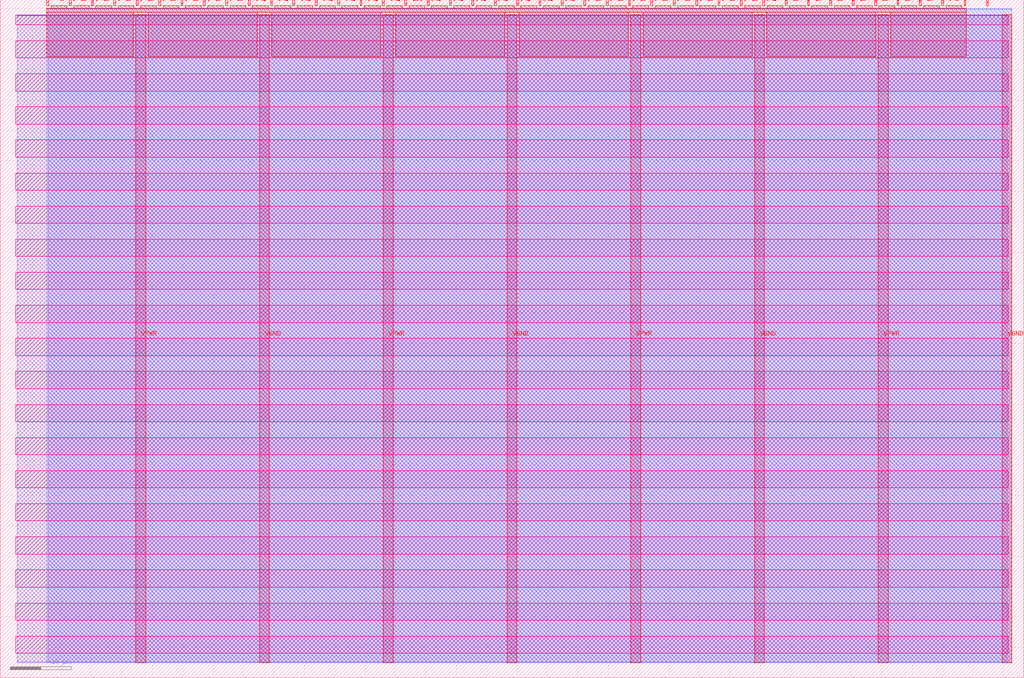
<source format=lef>
VERSION 5.7 ;
  NOWIREEXTENSIONATPIN ON ;
  DIVIDERCHAR "/" ;
  BUSBITCHARS "[]" ;
MACRO tt_um_sahrdayalfsr
  CLASS BLOCK ;
  FOREIGN tt_um_sahrdayalfsr ;
  ORIGIN 0.000 0.000 ;
  SIZE 168.360 BY 111.520 ;
  PIN VGND
    DIRECTION INOUT ;
    USE GROUND ;
    PORT
      LAYER met4 ;
        RECT 42.670 2.480 44.270 109.040 ;
    END
    PORT
      LAYER met4 ;
        RECT 83.380 2.480 84.980 109.040 ;
    END
    PORT
      LAYER met4 ;
        RECT 124.090 2.480 125.690 109.040 ;
    END
    PORT
      LAYER met4 ;
        RECT 164.800 2.480 166.400 109.040 ;
    END
  END VGND
  PIN VPWR
    DIRECTION INOUT ;
    USE POWER ;
    PORT
      LAYER met4 ;
        RECT 22.315 2.480 23.915 109.040 ;
    END
    PORT
      LAYER met4 ;
        RECT 63.025 2.480 64.625 109.040 ;
    END
    PORT
      LAYER met4 ;
        RECT 103.735 2.480 105.335 109.040 ;
    END
    PORT
      LAYER met4 ;
        RECT 144.445 2.480 146.045 109.040 ;
    END
  END VPWR
  PIN clk
    DIRECTION INPUT ;
    USE SIGNAL ;
    ANTENNAGATEAREA 0.852000 ;
    PORT
      LAYER met4 ;
        RECT 158.550 110.520 158.850 111.520 ;
    END
  END clk
  PIN ena
    DIRECTION INPUT ;
    USE SIGNAL ;
    PORT
      LAYER met4 ;
        RECT 162.230 110.520 162.530 111.520 ;
    END
  END ena
  PIN rst_n
    DIRECTION INPUT ;
    USE SIGNAL ;
    PORT
      LAYER met4 ;
        RECT 154.870 110.520 155.170 111.520 ;
    END
  END rst_n
  PIN ui_in[0]
    DIRECTION INPUT ;
    USE SIGNAL ;
    ANTENNAGATEAREA 0.213000 ;
    PORT
      LAYER met4 ;
        RECT 151.190 110.520 151.490 111.520 ;
    END
  END ui_in[0]
  PIN ui_in[1]
    DIRECTION INPUT ;
    USE SIGNAL ;
    ANTENNAGATEAREA 0.196500 ;
    PORT
      LAYER met4 ;
        RECT 147.510 110.520 147.810 111.520 ;
    END
  END ui_in[1]
  PIN ui_in[2]
    DIRECTION INPUT ;
    USE SIGNAL ;
    ANTENNAGATEAREA 0.196500 ;
    PORT
      LAYER met4 ;
        RECT 143.830 110.520 144.130 111.520 ;
    END
  END ui_in[2]
  PIN ui_in[3]
    DIRECTION INPUT ;
    USE SIGNAL ;
    ANTENNAGATEAREA 0.196500 ;
    PORT
      LAYER met4 ;
        RECT 140.150 110.520 140.450 111.520 ;
    END
  END ui_in[3]
  PIN ui_in[4]
    DIRECTION INPUT ;
    USE SIGNAL ;
    PORT
      LAYER met4 ;
        RECT 136.470 110.520 136.770 111.520 ;
    END
  END ui_in[4]
  PIN ui_in[5]
    DIRECTION INPUT ;
    USE SIGNAL ;
    PORT
      LAYER met4 ;
        RECT 132.790 110.520 133.090 111.520 ;
    END
  END ui_in[5]
  PIN ui_in[6]
    DIRECTION INPUT ;
    USE SIGNAL ;
    PORT
      LAYER met4 ;
        RECT 129.110 110.520 129.410 111.520 ;
    END
  END ui_in[6]
  PIN ui_in[7]
    DIRECTION INPUT ;
    USE SIGNAL ;
    PORT
      LAYER met4 ;
        RECT 125.430 110.520 125.730 111.520 ;
    END
  END ui_in[7]
  PIN uio_in[0]
    DIRECTION INPUT ;
    USE SIGNAL ;
    PORT
      LAYER met4 ;
        RECT 121.750 110.520 122.050 111.520 ;
    END
  END uio_in[0]
  PIN uio_in[1]
    DIRECTION INPUT ;
    USE SIGNAL ;
    PORT
      LAYER met4 ;
        RECT 118.070 110.520 118.370 111.520 ;
    END
  END uio_in[1]
  PIN uio_in[2]
    DIRECTION INPUT ;
    USE SIGNAL ;
    PORT
      LAYER met4 ;
        RECT 114.390 110.520 114.690 111.520 ;
    END
  END uio_in[2]
  PIN uio_in[3]
    DIRECTION INPUT ;
    USE SIGNAL ;
    PORT
      LAYER met4 ;
        RECT 110.710 110.520 111.010 111.520 ;
    END
  END uio_in[3]
  PIN uio_in[4]
    DIRECTION INPUT ;
    USE SIGNAL ;
    PORT
      LAYER met4 ;
        RECT 107.030 110.520 107.330 111.520 ;
    END
  END uio_in[4]
  PIN uio_in[5]
    DIRECTION INPUT ;
    USE SIGNAL ;
    PORT
      LAYER met4 ;
        RECT 103.350 110.520 103.650 111.520 ;
    END
  END uio_in[5]
  PIN uio_in[6]
    DIRECTION INPUT ;
    USE SIGNAL ;
    PORT
      LAYER met4 ;
        RECT 99.670 110.520 99.970 111.520 ;
    END
  END uio_in[6]
  PIN uio_in[7]
    DIRECTION INPUT ;
    USE SIGNAL ;
    PORT
      LAYER met4 ;
        RECT 95.990 110.520 96.290 111.520 ;
    END
  END uio_in[7]
  PIN uio_oe[0]
    DIRECTION OUTPUT TRISTATE ;
    USE SIGNAL ;
    PORT
      LAYER met4 ;
        RECT 33.430 110.520 33.730 111.520 ;
    END
  END uio_oe[0]
  PIN uio_oe[1]
    DIRECTION OUTPUT TRISTATE ;
    USE SIGNAL ;
    PORT
      LAYER met4 ;
        RECT 29.750 110.520 30.050 111.520 ;
    END
  END uio_oe[1]
  PIN uio_oe[2]
    DIRECTION OUTPUT TRISTATE ;
    USE SIGNAL ;
    PORT
      LAYER met4 ;
        RECT 26.070 110.520 26.370 111.520 ;
    END
  END uio_oe[2]
  PIN uio_oe[3]
    DIRECTION OUTPUT TRISTATE ;
    USE SIGNAL ;
    PORT
      LAYER met4 ;
        RECT 22.390 110.520 22.690 111.520 ;
    END
  END uio_oe[3]
  PIN uio_oe[4]
    DIRECTION OUTPUT TRISTATE ;
    USE SIGNAL ;
    PORT
      LAYER met4 ;
        RECT 18.710 110.520 19.010 111.520 ;
    END
  END uio_oe[4]
  PIN uio_oe[5]
    DIRECTION OUTPUT TRISTATE ;
    USE SIGNAL ;
    PORT
      LAYER met4 ;
        RECT 15.030 110.520 15.330 111.520 ;
    END
  END uio_oe[5]
  PIN uio_oe[6]
    DIRECTION OUTPUT TRISTATE ;
    USE SIGNAL ;
    PORT
      LAYER met4 ;
        RECT 11.350 110.520 11.650 111.520 ;
    END
  END uio_oe[6]
  PIN uio_oe[7]
    DIRECTION OUTPUT TRISTATE ;
    USE SIGNAL ;
    PORT
      LAYER met4 ;
        RECT 7.670 110.520 7.970 111.520 ;
    END
  END uio_oe[7]
  PIN uio_out[0]
    DIRECTION OUTPUT TRISTATE ;
    USE SIGNAL ;
    PORT
      LAYER met4 ;
        RECT 62.870 110.520 63.170 111.520 ;
    END
  END uio_out[0]
  PIN uio_out[1]
    DIRECTION OUTPUT TRISTATE ;
    USE SIGNAL ;
    PORT
      LAYER met4 ;
        RECT 59.190 110.520 59.490 111.520 ;
    END
  END uio_out[1]
  PIN uio_out[2]
    DIRECTION OUTPUT TRISTATE ;
    USE SIGNAL ;
    PORT
      LAYER met4 ;
        RECT 55.510 110.520 55.810 111.520 ;
    END
  END uio_out[2]
  PIN uio_out[3]
    DIRECTION OUTPUT TRISTATE ;
    USE SIGNAL ;
    PORT
      LAYER met4 ;
        RECT 51.830 110.520 52.130 111.520 ;
    END
  END uio_out[3]
  PIN uio_out[4]
    DIRECTION OUTPUT TRISTATE ;
    USE SIGNAL ;
    PORT
      LAYER met4 ;
        RECT 48.150 110.520 48.450 111.520 ;
    END
  END uio_out[4]
  PIN uio_out[5]
    DIRECTION OUTPUT TRISTATE ;
    USE SIGNAL ;
    PORT
      LAYER met4 ;
        RECT 44.470 110.520 44.770 111.520 ;
    END
  END uio_out[5]
  PIN uio_out[6]
    DIRECTION OUTPUT TRISTATE ;
    USE SIGNAL ;
    PORT
      LAYER met4 ;
        RECT 40.790 110.520 41.090 111.520 ;
    END
  END uio_out[6]
  PIN uio_out[7]
    DIRECTION OUTPUT TRISTATE ;
    USE SIGNAL ;
    PORT
      LAYER met4 ;
        RECT 37.110 110.520 37.410 111.520 ;
    END
  END uio_out[7]
  PIN uo_out[0]
    DIRECTION OUTPUT TRISTATE ;
    USE SIGNAL ;
    ANTENNAGATEAREA 0.126000 ;
    ANTENNADIFFAREA 0.891000 ;
    PORT
      LAYER met4 ;
        RECT 92.310 110.520 92.610 111.520 ;
    END
  END uo_out[0]
  PIN uo_out[1]
    DIRECTION OUTPUT TRISTATE ;
    USE SIGNAL ;
    ANTENNAGATEAREA 0.252000 ;
    ANTENNADIFFAREA 1.320000 ;
    PORT
      LAYER met4 ;
        RECT 88.630 110.520 88.930 111.520 ;
    END
  END uo_out[1]
  PIN uo_out[2]
    DIRECTION OUTPUT TRISTATE ;
    USE SIGNAL ;
    ANTENNAGATEAREA 0.747000 ;
    ANTENNADIFFAREA 0.891000 ;
    PORT
      LAYER met4 ;
        RECT 84.950 110.520 85.250 111.520 ;
    END
  END uo_out[2]
  PIN uo_out[3]
    DIRECTION OUTPUT TRISTATE ;
    USE SIGNAL ;
    ANTENNAGATEAREA 0.621000 ;
    ANTENNADIFFAREA 1.320000 ;
    PORT
      LAYER met4 ;
        RECT 81.270 110.520 81.570 111.520 ;
    END
  END uo_out[3]
  PIN uo_out[4]
    DIRECTION OUTPUT TRISTATE ;
    USE SIGNAL ;
    PORT
      LAYER met4 ;
        RECT 77.590 110.520 77.890 111.520 ;
    END
  END uo_out[4]
  PIN uo_out[5]
    DIRECTION OUTPUT TRISTATE ;
    USE SIGNAL ;
    PORT
      LAYER met4 ;
        RECT 73.910 110.520 74.210 111.520 ;
    END
  END uo_out[5]
  PIN uo_out[6]
    DIRECTION OUTPUT TRISTATE ;
    USE SIGNAL ;
    PORT
      LAYER met4 ;
        RECT 70.230 110.520 70.530 111.520 ;
    END
  END uo_out[6]
  PIN uo_out[7]
    DIRECTION OUTPUT TRISTATE ;
    USE SIGNAL ;
    PORT
      LAYER met4 ;
        RECT 66.550 110.520 66.850 111.520 ;
    END
  END uo_out[7]
  OBS
      LAYER nwell ;
        RECT 2.570 107.385 165.790 108.990 ;
        RECT 2.570 101.945 165.790 104.775 ;
        RECT 2.570 96.505 165.790 99.335 ;
        RECT 2.570 91.065 165.790 93.895 ;
        RECT 2.570 85.625 165.790 88.455 ;
        RECT 2.570 80.185 165.790 83.015 ;
        RECT 2.570 74.745 165.790 77.575 ;
        RECT 2.570 69.305 165.790 72.135 ;
        RECT 2.570 63.865 165.790 66.695 ;
        RECT 2.570 58.425 165.790 61.255 ;
        RECT 2.570 52.985 165.790 55.815 ;
        RECT 2.570 47.545 165.790 50.375 ;
        RECT 2.570 42.105 165.790 44.935 ;
        RECT 2.570 36.665 165.790 39.495 ;
        RECT 2.570 31.225 165.790 34.055 ;
        RECT 2.570 25.785 165.790 28.615 ;
        RECT 2.570 20.345 165.790 23.175 ;
        RECT 2.570 14.905 165.790 17.735 ;
        RECT 2.570 9.465 165.790 12.295 ;
        RECT 2.570 4.025 165.790 6.855 ;
      LAYER li1 ;
        RECT 2.760 2.635 165.600 108.885 ;
      LAYER met1 ;
        RECT 2.760 2.480 166.400 109.040 ;
      LAYER met2 ;
        RECT 7.910 2.535 166.370 110.005 ;
      LAYER met3 ;
        RECT 7.630 2.555 166.390 109.985 ;
      LAYER met4 ;
        RECT 8.370 110.120 10.950 110.520 ;
        RECT 12.050 110.120 14.630 110.520 ;
        RECT 15.730 110.120 18.310 110.520 ;
        RECT 19.410 110.120 21.990 110.520 ;
        RECT 23.090 110.120 25.670 110.520 ;
        RECT 26.770 110.120 29.350 110.520 ;
        RECT 30.450 110.120 33.030 110.520 ;
        RECT 34.130 110.120 36.710 110.520 ;
        RECT 37.810 110.120 40.390 110.520 ;
        RECT 41.490 110.120 44.070 110.520 ;
        RECT 45.170 110.120 47.750 110.520 ;
        RECT 48.850 110.120 51.430 110.520 ;
        RECT 52.530 110.120 55.110 110.520 ;
        RECT 56.210 110.120 58.790 110.520 ;
        RECT 59.890 110.120 62.470 110.520 ;
        RECT 63.570 110.120 66.150 110.520 ;
        RECT 67.250 110.120 69.830 110.520 ;
        RECT 70.930 110.120 73.510 110.520 ;
        RECT 74.610 110.120 77.190 110.520 ;
        RECT 78.290 110.120 80.870 110.520 ;
        RECT 81.970 110.120 84.550 110.520 ;
        RECT 85.650 110.120 88.230 110.520 ;
        RECT 89.330 110.120 91.910 110.520 ;
        RECT 93.010 110.120 95.590 110.520 ;
        RECT 96.690 110.120 99.270 110.520 ;
        RECT 100.370 110.120 102.950 110.520 ;
        RECT 104.050 110.120 106.630 110.520 ;
        RECT 107.730 110.120 110.310 110.520 ;
        RECT 111.410 110.120 113.990 110.520 ;
        RECT 115.090 110.120 117.670 110.520 ;
        RECT 118.770 110.120 121.350 110.520 ;
        RECT 122.450 110.120 125.030 110.520 ;
        RECT 126.130 110.120 128.710 110.520 ;
        RECT 129.810 110.120 132.390 110.520 ;
        RECT 133.490 110.120 136.070 110.520 ;
        RECT 137.170 110.120 139.750 110.520 ;
        RECT 140.850 110.120 143.430 110.520 ;
        RECT 144.530 110.120 147.110 110.520 ;
        RECT 148.210 110.120 150.790 110.520 ;
        RECT 151.890 110.120 154.470 110.520 ;
        RECT 155.570 110.120 158.150 110.520 ;
        RECT 7.655 109.440 158.865 110.120 ;
        RECT 7.655 102.175 21.915 109.440 ;
        RECT 24.315 102.175 42.270 109.440 ;
        RECT 44.670 102.175 62.625 109.440 ;
        RECT 65.025 102.175 82.980 109.440 ;
        RECT 85.380 102.175 103.335 109.440 ;
        RECT 105.735 102.175 123.690 109.440 ;
        RECT 126.090 102.175 144.045 109.440 ;
        RECT 146.445 102.175 158.865 109.440 ;
  END
END tt_um_sahrdayalfsr
END LIBRARY


</source>
